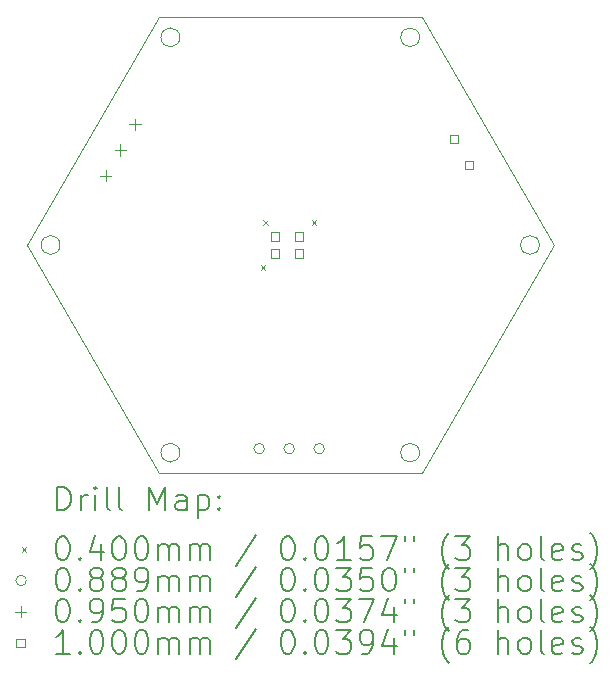
<source format=gbr>
%TF.GenerationSoftware,KiCad,Pcbnew,8.0.2-1*%
%TF.CreationDate,2024-07-16T12:14:47-04:00*%
%TF.ProjectId,Untitled,556e7469-746c-4656-942e-6b696361645f,rev?*%
%TF.SameCoordinates,Original*%
%TF.FileFunction,Drillmap*%
%TF.FilePolarity,Positive*%
%FSLAX45Y45*%
G04 Gerber Fmt 4.5, Leading zero omitted, Abs format (unit mm)*
G04 Created by KiCad (PCBNEW 8.0.2-1) date 2024-07-16 12:14:47*
%MOMM*%
%LPD*%
G01*
G04 APERTURE LIST*
%ADD10C,0.100000*%
%ADD11C,0.200000*%
G04 APERTURE END LIST*
D10*
X9439000Y-7559000D02*
G75*
G02*
X9279000Y-7559000I-80000J0D01*
G01*
X9279000Y-7559000D02*
G75*
G02*
X9439000Y-7559000I80000J0D01*
G01*
X8425000Y-5801000D02*
G75*
G02*
X8265000Y-5801000I-80000J0D01*
G01*
X8265000Y-5801000D02*
G75*
G02*
X8425000Y-5801000I80000J0D01*
G01*
X9259000Y-3870000D02*
X8145000Y-5801000D01*
X11469000Y-7559000D02*
G75*
G02*
X11309000Y-7559000I-80000J0D01*
G01*
X11309000Y-7559000D02*
G75*
G02*
X11469000Y-7559000I80000J0D01*
G01*
X11489000Y-3870000D02*
X9259000Y-3870000D01*
X9259000Y-7732000D02*
X11489000Y-7732000D01*
X8145000Y-5801000D02*
X9259000Y-7732000D01*
X12604000Y-5801000D02*
X11489000Y-7732000D01*
X12484000Y-5801000D02*
G75*
G02*
X12324000Y-5801000I-80000J0D01*
G01*
X12324000Y-5801000D02*
G75*
G02*
X12484000Y-5801000I80000J0D01*
G01*
X11469000Y-4043000D02*
G75*
G02*
X11309000Y-4043000I-80000J0D01*
G01*
X11309000Y-4043000D02*
G75*
G02*
X11469000Y-4043000I80000J0D01*
G01*
X9439000Y-4043000D02*
G75*
G02*
X9279000Y-4043000I-80000J0D01*
G01*
X9279000Y-4043000D02*
G75*
G02*
X9439000Y-4043000I80000J0D01*
G01*
X12604000Y-5801000D02*
X11489000Y-3870000D01*
D11*
D10*
X10124000Y-5971000D02*
X10164000Y-6011000D01*
X10164000Y-5971000D02*
X10124000Y-6011000D01*
X10144000Y-5591000D02*
X10184000Y-5631000D01*
X10184000Y-5591000D02*
X10144000Y-5631000D01*
X10554000Y-5591000D02*
X10594000Y-5631000D01*
X10594000Y-5591000D02*
X10554000Y-5631000D01*
X10155200Y-7525010D02*
G75*
G02*
X10066300Y-7525010I-44450J0D01*
G01*
X10066300Y-7525010D02*
G75*
G02*
X10155200Y-7525010I44450J0D01*
G01*
X10409200Y-7525010D02*
G75*
G02*
X10320300Y-7525010I-44450J0D01*
G01*
X10320300Y-7525010D02*
G75*
G02*
X10409200Y-7525010I44450J0D01*
G01*
X10663200Y-7525010D02*
G75*
G02*
X10574300Y-7525010I-44450J0D01*
G01*
X10574300Y-7525010D02*
G75*
G02*
X10663200Y-7525010I44450J0D01*
G01*
X8810000Y-5165513D02*
X8810000Y-5260513D01*
X8762500Y-5213013D02*
X8857500Y-5213013D01*
X8935000Y-4949006D02*
X8935000Y-5044006D01*
X8887500Y-4996506D02*
X8982500Y-4996506D01*
X9060000Y-4732500D02*
X9060000Y-4827500D01*
X9012500Y-4780000D02*
X9107500Y-4780000D01*
X10282106Y-5763856D02*
X10282106Y-5693144D01*
X10211394Y-5693144D01*
X10211394Y-5763856D01*
X10282106Y-5763856D01*
X10282106Y-5908856D02*
X10282106Y-5838144D01*
X10211394Y-5838144D01*
X10211394Y-5908856D01*
X10282106Y-5908856D01*
X10484606Y-5763856D02*
X10484606Y-5693144D01*
X10413894Y-5693144D01*
X10413894Y-5763856D01*
X10484606Y-5763856D01*
X10484606Y-5908856D02*
X10484606Y-5838144D01*
X10413894Y-5838144D01*
X10413894Y-5908856D01*
X10484606Y-5908856D01*
X11798322Y-4940853D02*
X11798322Y-4870141D01*
X11727611Y-4870141D01*
X11727611Y-4940853D01*
X11798322Y-4940853D01*
X11923322Y-5157359D02*
X11923322Y-5086648D01*
X11852611Y-5086648D01*
X11852611Y-5157359D01*
X11923322Y-5157359D01*
D11*
X8400777Y-8048484D02*
X8400777Y-7848484D01*
X8400777Y-7848484D02*
X8448396Y-7848484D01*
X8448396Y-7848484D02*
X8476967Y-7858008D01*
X8476967Y-7858008D02*
X8496015Y-7877055D01*
X8496015Y-7877055D02*
X8505539Y-7896103D01*
X8505539Y-7896103D02*
X8515063Y-7934198D01*
X8515063Y-7934198D02*
X8515063Y-7962769D01*
X8515063Y-7962769D02*
X8505539Y-8000865D01*
X8505539Y-8000865D02*
X8496015Y-8019912D01*
X8496015Y-8019912D02*
X8476967Y-8038960D01*
X8476967Y-8038960D02*
X8448396Y-8048484D01*
X8448396Y-8048484D02*
X8400777Y-8048484D01*
X8600777Y-8048484D02*
X8600777Y-7915150D01*
X8600777Y-7953246D02*
X8610301Y-7934198D01*
X8610301Y-7934198D02*
X8619824Y-7924674D01*
X8619824Y-7924674D02*
X8638872Y-7915150D01*
X8638872Y-7915150D02*
X8657920Y-7915150D01*
X8724586Y-8048484D02*
X8724586Y-7915150D01*
X8724586Y-7848484D02*
X8715063Y-7858008D01*
X8715063Y-7858008D02*
X8724586Y-7867531D01*
X8724586Y-7867531D02*
X8734110Y-7858008D01*
X8734110Y-7858008D02*
X8724586Y-7848484D01*
X8724586Y-7848484D02*
X8724586Y-7867531D01*
X8848396Y-8048484D02*
X8829348Y-8038960D01*
X8829348Y-8038960D02*
X8819824Y-8019912D01*
X8819824Y-8019912D02*
X8819824Y-7848484D01*
X8953158Y-8048484D02*
X8934110Y-8038960D01*
X8934110Y-8038960D02*
X8924586Y-8019912D01*
X8924586Y-8019912D02*
X8924586Y-7848484D01*
X9181729Y-8048484D02*
X9181729Y-7848484D01*
X9181729Y-7848484D02*
X9248396Y-7991341D01*
X9248396Y-7991341D02*
X9315063Y-7848484D01*
X9315063Y-7848484D02*
X9315063Y-8048484D01*
X9496015Y-8048484D02*
X9496015Y-7943722D01*
X9496015Y-7943722D02*
X9486491Y-7924674D01*
X9486491Y-7924674D02*
X9467444Y-7915150D01*
X9467444Y-7915150D02*
X9429348Y-7915150D01*
X9429348Y-7915150D02*
X9410301Y-7924674D01*
X9496015Y-8038960D02*
X9476967Y-8048484D01*
X9476967Y-8048484D02*
X9429348Y-8048484D01*
X9429348Y-8048484D02*
X9410301Y-8038960D01*
X9410301Y-8038960D02*
X9400777Y-8019912D01*
X9400777Y-8019912D02*
X9400777Y-8000865D01*
X9400777Y-8000865D02*
X9410301Y-7981817D01*
X9410301Y-7981817D02*
X9429348Y-7972293D01*
X9429348Y-7972293D02*
X9476967Y-7972293D01*
X9476967Y-7972293D02*
X9496015Y-7962769D01*
X9591253Y-7915150D02*
X9591253Y-8115150D01*
X9591253Y-7924674D02*
X9610301Y-7915150D01*
X9610301Y-7915150D02*
X9648396Y-7915150D01*
X9648396Y-7915150D02*
X9667444Y-7924674D01*
X9667444Y-7924674D02*
X9676967Y-7934198D01*
X9676967Y-7934198D02*
X9686491Y-7953246D01*
X9686491Y-7953246D02*
X9686491Y-8010388D01*
X9686491Y-8010388D02*
X9676967Y-8029436D01*
X9676967Y-8029436D02*
X9667444Y-8038960D01*
X9667444Y-8038960D02*
X9648396Y-8048484D01*
X9648396Y-8048484D02*
X9610301Y-8048484D01*
X9610301Y-8048484D02*
X9591253Y-8038960D01*
X9772205Y-8029436D02*
X9781729Y-8038960D01*
X9781729Y-8038960D02*
X9772205Y-8048484D01*
X9772205Y-8048484D02*
X9762682Y-8038960D01*
X9762682Y-8038960D02*
X9772205Y-8029436D01*
X9772205Y-8029436D02*
X9772205Y-8048484D01*
X9772205Y-7924674D02*
X9781729Y-7934198D01*
X9781729Y-7934198D02*
X9772205Y-7943722D01*
X9772205Y-7943722D02*
X9762682Y-7934198D01*
X9762682Y-7934198D02*
X9772205Y-7924674D01*
X9772205Y-7924674D02*
X9772205Y-7943722D01*
D10*
X8100000Y-8357000D02*
X8140000Y-8397000D01*
X8140000Y-8357000D02*
X8100000Y-8397000D01*
D11*
X8438872Y-8268484D02*
X8457920Y-8268484D01*
X8457920Y-8268484D02*
X8476967Y-8278008D01*
X8476967Y-8278008D02*
X8486491Y-8287531D01*
X8486491Y-8287531D02*
X8496015Y-8306579D01*
X8496015Y-8306579D02*
X8505539Y-8344674D01*
X8505539Y-8344674D02*
X8505539Y-8392293D01*
X8505539Y-8392293D02*
X8496015Y-8430389D01*
X8496015Y-8430389D02*
X8486491Y-8449436D01*
X8486491Y-8449436D02*
X8476967Y-8458960D01*
X8476967Y-8458960D02*
X8457920Y-8468484D01*
X8457920Y-8468484D02*
X8438872Y-8468484D01*
X8438872Y-8468484D02*
X8419824Y-8458960D01*
X8419824Y-8458960D02*
X8410301Y-8449436D01*
X8410301Y-8449436D02*
X8400777Y-8430389D01*
X8400777Y-8430389D02*
X8391253Y-8392293D01*
X8391253Y-8392293D02*
X8391253Y-8344674D01*
X8391253Y-8344674D02*
X8400777Y-8306579D01*
X8400777Y-8306579D02*
X8410301Y-8287531D01*
X8410301Y-8287531D02*
X8419824Y-8278008D01*
X8419824Y-8278008D02*
X8438872Y-8268484D01*
X8591253Y-8449436D02*
X8600777Y-8458960D01*
X8600777Y-8458960D02*
X8591253Y-8468484D01*
X8591253Y-8468484D02*
X8581729Y-8458960D01*
X8581729Y-8458960D02*
X8591253Y-8449436D01*
X8591253Y-8449436D02*
X8591253Y-8468484D01*
X8772205Y-8335150D02*
X8772205Y-8468484D01*
X8724586Y-8258960D02*
X8676967Y-8401817D01*
X8676967Y-8401817D02*
X8800777Y-8401817D01*
X8915063Y-8268484D02*
X8934110Y-8268484D01*
X8934110Y-8268484D02*
X8953158Y-8278008D01*
X8953158Y-8278008D02*
X8962682Y-8287531D01*
X8962682Y-8287531D02*
X8972205Y-8306579D01*
X8972205Y-8306579D02*
X8981729Y-8344674D01*
X8981729Y-8344674D02*
X8981729Y-8392293D01*
X8981729Y-8392293D02*
X8972205Y-8430389D01*
X8972205Y-8430389D02*
X8962682Y-8449436D01*
X8962682Y-8449436D02*
X8953158Y-8458960D01*
X8953158Y-8458960D02*
X8934110Y-8468484D01*
X8934110Y-8468484D02*
X8915063Y-8468484D01*
X8915063Y-8468484D02*
X8896015Y-8458960D01*
X8896015Y-8458960D02*
X8886491Y-8449436D01*
X8886491Y-8449436D02*
X8876967Y-8430389D01*
X8876967Y-8430389D02*
X8867444Y-8392293D01*
X8867444Y-8392293D02*
X8867444Y-8344674D01*
X8867444Y-8344674D02*
X8876967Y-8306579D01*
X8876967Y-8306579D02*
X8886491Y-8287531D01*
X8886491Y-8287531D02*
X8896015Y-8278008D01*
X8896015Y-8278008D02*
X8915063Y-8268484D01*
X9105539Y-8268484D02*
X9124586Y-8268484D01*
X9124586Y-8268484D02*
X9143634Y-8278008D01*
X9143634Y-8278008D02*
X9153158Y-8287531D01*
X9153158Y-8287531D02*
X9162682Y-8306579D01*
X9162682Y-8306579D02*
X9172205Y-8344674D01*
X9172205Y-8344674D02*
X9172205Y-8392293D01*
X9172205Y-8392293D02*
X9162682Y-8430389D01*
X9162682Y-8430389D02*
X9153158Y-8449436D01*
X9153158Y-8449436D02*
X9143634Y-8458960D01*
X9143634Y-8458960D02*
X9124586Y-8468484D01*
X9124586Y-8468484D02*
X9105539Y-8468484D01*
X9105539Y-8468484D02*
X9086491Y-8458960D01*
X9086491Y-8458960D02*
X9076967Y-8449436D01*
X9076967Y-8449436D02*
X9067444Y-8430389D01*
X9067444Y-8430389D02*
X9057920Y-8392293D01*
X9057920Y-8392293D02*
X9057920Y-8344674D01*
X9057920Y-8344674D02*
X9067444Y-8306579D01*
X9067444Y-8306579D02*
X9076967Y-8287531D01*
X9076967Y-8287531D02*
X9086491Y-8278008D01*
X9086491Y-8278008D02*
X9105539Y-8268484D01*
X9257920Y-8468484D02*
X9257920Y-8335150D01*
X9257920Y-8354198D02*
X9267444Y-8344674D01*
X9267444Y-8344674D02*
X9286491Y-8335150D01*
X9286491Y-8335150D02*
X9315063Y-8335150D01*
X9315063Y-8335150D02*
X9334110Y-8344674D01*
X9334110Y-8344674D02*
X9343634Y-8363722D01*
X9343634Y-8363722D02*
X9343634Y-8468484D01*
X9343634Y-8363722D02*
X9353158Y-8344674D01*
X9353158Y-8344674D02*
X9372205Y-8335150D01*
X9372205Y-8335150D02*
X9400777Y-8335150D01*
X9400777Y-8335150D02*
X9419825Y-8344674D01*
X9419825Y-8344674D02*
X9429348Y-8363722D01*
X9429348Y-8363722D02*
X9429348Y-8468484D01*
X9524586Y-8468484D02*
X9524586Y-8335150D01*
X9524586Y-8354198D02*
X9534110Y-8344674D01*
X9534110Y-8344674D02*
X9553158Y-8335150D01*
X9553158Y-8335150D02*
X9581729Y-8335150D01*
X9581729Y-8335150D02*
X9600777Y-8344674D01*
X9600777Y-8344674D02*
X9610301Y-8363722D01*
X9610301Y-8363722D02*
X9610301Y-8468484D01*
X9610301Y-8363722D02*
X9619825Y-8344674D01*
X9619825Y-8344674D02*
X9638872Y-8335150D01*
X9638872Y-8335150D02*
X9667444Y-8335150D01*
X9667444Y-8335150D02*
X9686491Y-8344674D01*
X9686491Y-8344674D02*
X9696015Y-8363722D01*
X9696015Y-8363722D02*
X9696015Y-8468484D01*
X10086491Y-8258960D02*
X9915063Y-8516103D01*
X10343634Y-8268484D02*
X10362682Y-8268484D01*
X10362682Y-8268484D02*
X10381729Y-8278008D01*
X10381729Y-8278008D02*
X10391253Y-8287531D01*
X10391253Y-8287531D02*
X10400777Y-8306579D01*
X10400777Y-8306579D02*
X10410301Y-8344674D01*
X10410301Y-8344674D02*
X10410301Y-8392293D01*
X10410301Y-8392293D02*
X10400777Y-8430389D01*
X10400777Y-8430389D02*
X10391253Y-8449436D01*
X10391253Y-8449436D02*
X10381729Y-8458960D01*
X10381729Y-8458960D02*
X10362682Y-8468484D01*
X10362682Y-8468484D02*
X10343634Y-8468484D01*
X10343634Y-8468484D02*
X10324587Y-8458960D01*
X10324587Y-8458960D02*
X10315063Y-8449436D01*
X10315063Y-8449436D02*
X10305539Y-8430389D01*
X10305539Y-8430389D02*
X10296015Y-8392293D01*
X10296015Y-8392293D02*
X10296015Y-8344674D01*
X10296015Y-8344674D02*
X10305539Y-8306579D01*
X10305539Y-8306579D02*
X10315063Y-8287531D01*
X10315063Y-8287531D02*
X10324587Y-8278008D01*
X10324587Y-8278008D02*
X10343634Y-8268484D01*
X10496015Y-8449436D02*
X10505539Y-8458960D01*
X10505539Y-8458960D02*
X10496015Y-8468484D01*
X10496015Y-8468484D02*
X10486491Y-8458960D01*
X10486491Y-8458960D02*
X10496015Y-8449436D01*
X10496015Y-8449436D02*
X10496015Y-8468484D01*
X10629348Y-8268484D02*
X10648396Y-8268484D01*
X10648396Y-8268484D02*
X10667444Y-8278008D01*
X10667444Y-8278008D02*
X10676968Y-8287531D01*
X10676968Y-8287531D02*
X10686491Y-8306579D01*
X10686491Y-8306579D02*
X10696015Y-8344674D01*
X10696015Y-8344674D02*
X10696015Y-8392293D01*
X10696015Y-8392293D02*
X10686491Y-8430389D01*
X10686491Y-8430389D02*
X10676968Y-8449436D01*
X10676968Y-8449436D02*
X10667444Y-8458960D01*
X10667444Y-8458960D02*
X10648396Y-8468484D01*
X10648396Y-8468484D02*
X10629348Y-8468484D01*
X10629348Y-8468484D02*
X10610301Y-8458960D01*
X10610301Y-8458960D02*
X10600777Y-8449436D01*
X10600777Y-8449436D02*
X10591253Y-8430389D01*
X10591253Y-8430389D02*
X10581729Y-8392293D01*
X10581729Y-8392293D02*
X10581729Y-8344674D01*
X10581729Y-8344674D02*
X10591253Y-8306579D01*
X10591253Y-8306579D02*
X10600777Y-8287531D01*
X10600777Y-8287531D02*
X10610301Y-8278008D01*
X10610301Y-8278008D02*
X10629348Y-8268484D01*
X10886491Y-8468484D02*
X10772206Y-8468484D01*
X10829348Y-8468484D02*
X10829348Y-8268484D01*
X10829348Y-8268484D02*
X10810301Y-8297055D01*
X10810301Y-8297055D02*
X10791253Y-8316103D01*
X10791253Y-8316103D02*
X10772206Y-8325627D01*
X11067444Y-8268484D02*
X10972206Y-8268484D01*
X10972206Y-8268484D02*
X10962682Y-8363722D01*
X10962682Y-8363722D02*
X10972206Y-8354198D01*
X10972206Y-8354198D02*
X10991253Y-8344674D01*
X10991253Y-8344674D02*
X11038872Y-8344674D01*
X11038872Y-8344674D02*
X11057920Y-8354198D01*
X11057920Y-8354198D02*
X11067444Y-8363722D01*
X11067444Y-8363722D02*
X11076968Y-8382769D01*
X11076968Y-8382769D02*
X11076968Y-8430389D01*
X11076968Y-8430389D02*
X11067444Y-8449436D01*
X11067444Y-8449436D02*
X11057920Y-8458960D01*
X11057920Y-8458960D02*
X11038872Y-8468484D01*
X11038872Y-8468484D02*
X10991253Y-8468484D01*
X10991253Y-8468484D02*
X10972206Y-8458960D01*
X10972206Y-8458960D02*
X10962682Y-8449436D01*
X11143634Y-8268484D02*
X11276967Y-8268484D01*
X11276967Y-8268484D02*
X11191253Y-8468484D01*
X11343634Y-8268484D02*
X11343634Y-8306579D01*
X11419825Y-8268484D02*
X11419825Y-8306579D01*
X11715063Y-8544674D02*
X11705539Y-8535150D01*
X11705539Y-8535150D02*
X11686491Y-8506579D01*
X11686491Y-8506579D02*
X11676968Y-8487531D01*
X11676968Y-8487531D02*
X11667444Y-8458960D01*
X11667444Y-8458960D02*
X11657920Y-8411341D01*
X11657920Y-8411341D02*
X11657920Y-8373246D01*
X11657920Y-8373246D02*
X11667444Y-8325627D01*
X11667444Y-8325627D02*
X11676968Y-8297055D01*
X11676968Y-8297055D02*
X11686491Y-8278008D01*
X11686491Y-8278008D02*
X11705539Y-8249436D01*
X11705539Y-8249436D02*
X11715063Y-8239912D01*
X11772206Y-8268484D02*
X11896015Y-8268484D01*
X11896015Y-8268484D02*
X11829348Y-8344674D01*
X11829348Y-8344674D02*
X11857920Y-8344674D01*
X11857920Y-8344674D02*
X11876968Y-8354198D01*
X11876968Y-8354198D02*
X11886491Y-8363722D01*
X11886491Y-8363722D02*
X11896015Y-8382769D01*
X11896015Y-8382769D02*
X11896015Y-8430389D01*
X11896015Y-8430389D02*
X11886491Y-8449436D01*
X11886491Y-8449436D02*
X11876968Y-8458960D01*
X11876968Y-8458960D02*
X11857920Y-8468484D01*
X11857920Y-8468484D02*
X11800777Y-8468484D01*
X11800777Y-8468484D02*
X11781729Y-8458960D01*
X11781729Y-8458960D02*
X11772206Y-8449436D01*
X12134110Y-8468484D02*
X12134110Y-8268484D01*
X12219825Y-8468484D02*
X12219825Y-8363722D01*
X12219825Y-8363722D02*
X12210301Y-8344674D01*
X12210301Y-8344674D02*
X12191253Y-8335150D01*
X12191253Y-8335150D02*
X12162682Y-8335150D01*
X12162682Y-8335150D02*
X12143634Y-8344674D01*
X12143634Y-8344674D02*
X12134110Y-8354198D01*
X12343634Y-8468484D02*
X12324587Y-8458960D01*
X12324587Y-8458960D02*
X12315063Y-8449436D01*
X12315063Y-8449436D02*
X12305539Y-8430389D01*
X12305539Y-8430389D02*
X12305539Y-8373246D01*
X12305539Y-8373246D02*
X12315063Y-8354198D01*
X12315063Y-8354198D02*
X12324587Y-8344674D01*
X12324587Y-8344674D02*
X12343634Y-8335150D01*
X12343634Y-8335150D02*
X12372206Y-8335150D01*
X12372206Y-8335150D02*
X12391253Y-8344674D01*
X12391253Y-8344674D02*
X12400777Y-8354198D01*
X12400777Y-8354198D02*
X12410301Y-8373246D01*
X12410301Y-8373246D02*
X12410301Y-8430389D01*
X12410301Y-8430389D02*
X12400777Y-8449436D01*
X12400777Y-8449436D02*
X12391253Y-8458960D01*
X12391253Y-8458960D02*
X12372206Y-8468484D01*
X12372206Y-8468484D02*
X12343634Y-8468484D01*
X12524587Y-8468484D02*
X12505539Y-8458960D01*
X12505539Y-8458960D02*
X12496015Y-8439912D01*
X12496015Y-8439912D02*
X12496015Y-8268484D01*
X12676968Y-8458960D02*
X12657920Y-8468484D01*
X12657920Y-8468484D02*
X12619825Y-8468484D01*
X12619825Y-8468484D02*
X12600777Y-8458960D01*
X12600777Y-8458960D02*
X12591253Y-8439912D01*
X12591253Y-8439912D02*
X12591253Y-8363722D01*
X12591253Y-8363722D02*
X12600777Y-8344674D01*
X12600777Y-8344674D02*
X12619825Y-8335150D01*
X12619825Y-8335150D02*
X12657920Y-8335150D01*
X12657920Y-8335150D02*
X12676968Y-8344674D01*
X12676968Y-8344674D02*
X12686491Y-8363722D01*
X12686491Y-8363722D02*
X12686491Y-8382769D01*
X12686491Y-8382769D02*
X12591253Y-8401817D01*
X12762682Y-8458960D02*
X12781730Y-8468484D01*
X12781730Y-8468484D02*
X12819825Y-8468484D01*
X12819825Y-8468484D02*
X12838872Y-8458960D01*
X12838872Y-8458960D02*
X12848396Y-8439912D01*
X12848396Y-8439912D02*
X12848396Y-8430389D01*
X12848396Y-8430389D02*
X12838872Y-8411341D01*
X12838872Y-8411341D02*
X12819825Y-8401817D01*
X12819825Y-8401817D02*
X12791253Y-8401817D01*
X12791253Y-8401817D02*
X12772206Y-8392293D01*
X12772206Y-8392293D02*
X12762682Y-8373246D01*
X12762682Y-8373246D02*
X12762682Y-8363722D01*
X12762682Y-8363722D02*
X12772206Y-8344674D01*
X12772206Y-8344674D02*
X12791253Y-8335150D01*
X12791253Y-8335150D02*
X12819825Y-8335150D01*
X12819825Y-8335150D02*
X12838872Y-8344674D01*
X12915063Y-8544674D02*
X12924587Y-8535150D01*
X12924587Y-8535150D02*
X12943634Y-8506579D01*
X12943634Y-8506579D02*
X12953158Y-8487531D01*
X12953158Y-8487531D02*
X12962682Y-8458960D01*
X12962682Y-8458960D02*
X12972206Y-8411341D01*
X12972206Y-8411341D02*
X12972206Y-8373246D01*
X12972206Y-8373246D02*
X12962682Y-8325627D01*
X12962682Y-8325627D02*
X12953158Y-8297055D01*
X12953158Y-8297055D02*
X12943634Y-8278008D01*
X12943634Y-8278008D02*
X12924587Y-8249436D01*
X12924587Y-8249436D02*
X12915063Y-8239912D01*
D10*
X8140000Y-8641000D02*
G75*
G02*
X8051100Y-8641000I-44450J0D01*
G01*
X8051100Y-8641000D02*
G75*
G02*
X8140000Y-8641000I44450J0D01*
G01*
D11*
X8438872Y-8532484D02*
X8457920Y-8532484D01*
X8457920Y-8532484D02*
X8476967Y-8542008D01*
X8476967Y-8542008D02*
X8486491Y-8551531D01*
X8486491Y-8551531D02*
X8496015Y-8570579D01*
X8496015Y-8570579D02*
X8505539Y-8608674D01*
X8505539Y-8608674D02*
X8505539Y-8656293D01*
X8505539Y-8656293D02*
X8496015Y-8694389D01*
X8496015Y-8694389D02*
X8486491Y-8713436D01*
X8486491Y-8713436D02*
X8476967Y-8722960D01*
X8476967Y-8722960D02*
X8457920Y-8732484D01*
X8457920Y-8732484D02*
X8438872Y-8732484D01*
X8438872Y-8732484D02*
X8419824Y-8722960D01*
X8419824Y-8722960D02*
X8410301Y-8713436D01*
X8410301Y-8713436D02*
X8400777Y-8694389D01*
X8400777Y-8694389D02*
X8391253Y-8656293D01*
X8391253Y-8656293D02*
X8391253Y-8608674D01*
X8391253Y-8608674D02*
X8400777Y-8570579D01*
X8400777Y-8570579D02*
X8410301Y-8551531D01*
X8410301Y-8551531D02*
X8419824Y-8542008D01*
X8419824Y-8542008D02*
X8438872Y-8532484D01*
X8591253Y-8713436D02*
X8600777Y-8722960D01*
X8600777Y-8722960D02*
X8591253Y-8732484D01*
X8591253Y-8732484D02*
X8581729Y-8722960D01*
X8581729Y-8722960D02*
X8591253Y-8713436D01*
X8591253Y-8713436D02*
X8591253Y-8732484D01*
X8715063Y-8618198D02*
X8696015Y-8608674D01*
X8696015Y-8608674D02*
X8686491Y-8599150D01*
X8686491Y-8599150D02*
X8676967Y-8580103D01*
X8676967Y-8580103D02*
X8676967Y-8570579D01*
X8676967Y-8570579D02*
X8686491Y-8551531D01*
X8686491Y-8551531D02*
X8696015Y-8542008D01*
X8696015Y-8542008D02*
X8715063Y-8532484D01*
X8715063Y-8532484D02*
X8753158Y-8532484D01*
X8753158Y-8532484D02*
X8772205Y-8542008D01*
X8772205Y-8542008D02*
X8781729Y-8551531D01*
X8781729Y-8551531D02*
X8791253Y-8570579D01*
X8791253Y-8570579D02*
X8791253Y-8580103D01*
X8791253Y-8580103D02*
X8781729Y-8599150D01*
X8781729Y-8599150D02*
X8772205Y-8608674D01*
X8772205Y-8608674D02*
X8753158Y-8618198D01*
X8753158Y-8618198D02*
X8715063Y-8618198D01*
X8715063Y-8618198D02*
X8696015Y-8627722D01*
X8696015Y-8627722D02*
X8686491Y-8637246D01*
X8686491Y-8637246D02*
X8676967Y-8656293D01*
X8676967Y-8656293D02*
X8676967Y-8694389D01*
X8676967Y-8694389D02*
X8686491Y-8713436D01*
X8686491Y-8713436D02*
X8696015Y-8722960D01*
X8696015Y-8722960D02*
X8715063Y-8732484D01*
X8715063Y-8732484D02*
X8753158Y-8732484D01*
X8753158Y-8732484D02*
X8772205Y-8722960D01*
X8772205Y-8722960D02*
X8781729Y-8713436D01*
X8781729Y-8713436D02*
X8791253Y-8694389D01*
X8791253Y-8694389D02*
X8791253Y-8656293D01*
X8791253Y-8656293D02*
X8781729Y-8637246D01*
X8781729Y-8637246D02*
X8772205Y-8627722D01*
X8772205Y-8627722D02*
X8753158Y-8618198D01*
X8905539Y-8618198D02*
X8886491Y-8608674D01*
X8886491Y-8608674D02*
X8876967Y-8599150D01*
X8876967Y-8599150D02*
X8867444Y-8580103D01*
X8867444Y-8580103D02*
X8867444Y-8570579D01*
X8867444Y-8570579D02*
X8876967Y-8551531D01*
X8876967Y-8551531D02*
X8886491Y-8542008D01*
X8886491Y-8542008D02*
X8905539Y-8532484D01*
X8905539Y-8532484D02*
X8943634Y-8532484D01*
X8943634Y-8532484D02*
X8962682Y-8542008D01*
X8962682Y-8542008D02*
X8972205Y-8551531D01*
X8972205Y-8551531D02*
X8981729Y-8570579D01*
X8981729Y-8570579D02*
X8981729Y-8580103D01*
X8981729Y-8580103D02*
X8972205Y-8599150D01*
X8972205Y-8599150D02*
X8962682Y-8608674D01*
X8962682Y-8608674D02*
X8943634Y-8618198D01*
X8943634Y-8618198D02*
X8905539Y-8618198D01*
X8905539Y-8618198D02*
X8886491Y-8627722D01*
X8886491Y-8627722D02*
X8876967Y-8637246D01*
X8876967Y-8637246D02*
X8867444Y-8656293D01*
X8867444Y-8656293D02*
X8867444Y-8694389D01*
X8867444Y-8694389D02*
X8876967Y-8713436D01*
X8876967Y-8713436D02*
X8886491Y-8722960D01*
X8886491Y-8722960D02*
X8905539Y-8732484D01*
X8905539Y-8732484D02*
X8943634Y-8732484D01*
X8943634Y-8732484D02*
X8962682Y-8722960D01*
X8962682Y-8722960D02*
X8972205Y-8713436D01*
X8972205Y-8713436D02*
X8981729Y-8694389D01*
X8981729Y-8694389D02*
X8981729Y-8656293D01*
X8981729Y-8656293D02*
X8972205Y-8637246D01*
X8972205Y-8637246D02*
X8962682Y-8627722D01*
X8962682Y-8627722D02*
X8943634Y-8618198D01*
X9076967Y-8732484D02*
X9115063Y-8732484D01*
X9115063Y-8732484D02*
X9134110Y-8722960D01*
X9134110Y-8722960D02*
X9143634Y-8713436D01*
X9143634Y-8713436D02*
X9162682Y-8684865D01*
X9162682Y-8684865D02*
X9172205Y-8646770D01*
X9172205Y-8646770D02*
X9172205Y-8570579D01*
X9172205Y-8570579D02*
X9162682Y-8551531D01*
X9162682Y-8551531D02*
X9153158Y-8542008D01*
X9153158Y-8542008D02*
X9134110Y-8532484D01*
X9134110Y-8532484D02*
X9096015Y-8532484D01*
X9096015Y-8532484D02*
X9076967Y-8542008D01*
X9076967Y-8542008D02*
X9067444Y-8551531D01*
X9067444Y-8551531D02*
X9057920Y-8570579D01*
X9057920Y-8570579D02*
X9057920Y-8618198D01*
X9057920Y-8618198D02*
X9067444Y-8637246D01*
X9067444Y-8637246D02*
X9076967Y-8646770D01*
X9076967Y-8646770D02*
X9096015Y-8656293D01*
X9096015Y-8656293D02*
X9134110Y-8656293D01*
X9134110Y-8656293D02*
X9153158Y-8646770D01*
X9153158Y-8646770D02*
X9162682Y-8637246D01*
X9162682Y-8637246D02*
X9172205Y-8618198D01*
X9257920Y-8732484D02*
X9257920Y-8599150D01*
X9257920Y-8618198D02*
X9267444Y-8608674D01*
X9267444Y-8608674D02*
X9286491Y-8599150D01*
X9286491Y-8599150D02*
X9315063Y-8599150D01*
X9315063Y-8599150D02*
X9334110Y-8608674D01*
X9334110Y-8608674D02*
X9343634Y-8627722D01*
X9343634Y-8627722D02*
X9343634Y-8732484D01*
X9343634Y-8627722D02*
X9353158Y-8608674D01*
X9353158Y-8608674D02*
X9372205Y-8599150D01*
X9372205Y-8599150D02*
X9400777Y-8599150D01*
X9400777Y-8599150D02*
X9419825Y-8608674D01*
X9419825Y-8608674D02*
X9429348Y-8627722D01*
X9429348Y-8627722D02*
X9429348Y-8732484D01*
X9524586Y-8732484D02*
X9524586Y-8599150D01*
X9524586Y-8618198D02*
X9534110Y-8608674D01*
X9534110Y-8608674D02*
X9553158Y-8599150D01*
X9553158Y-8599150D02*
X9581729Y-8599150D01*
X9581729Y-8599150D02*
X9600777Y-8608674D01*
X9600777Y-8608674D02*
X9610301Y-8627722D01*
X9610301Y-8627722D02*
X9610301Y-8732484D01*
X9610301Y-8627722D02*
X9619825Y-8608674D01*
X9619825Y-8608674D02*
X9638872Y-8599150D01*
X9638872Y-8599150D02*
X9667444Y-8599150D01*
X9667444Y-8599150D02*
X9686491Y-8608674D01*
X9686491Y-8608674D02*
X9696015Y-8627722D01*
X9696015Y-8627722D02*
X9696015Y-8732484D01*
X10086491Y-8522960D02*
X9915063Y-8780103D01*
X10343634Y-8532484D02*
X10362682Y-8532484D01*
X10362682Y-8532484D02*
X10381729Y-8542008D01*
X10381729Y-8542008D02*
X10391253Y-8551531D01*
X10391253Y-8551531D02*
X10400777Y-8570579D01*
X10400777Y-8570579D02*
X10410301Y-8608674D01*
X10410301Y-8608674D02*
X10410301Y-8656293D01*
X10410301Y-8656293D02*
X10400777Y-8694389D01*
X10400777Y-8694389D02*
X10391253Y-8713436D01*
X10391253Y-8713436D02*
X10381729Y-8722960D01*
X10381729Y-8722960D02*
X10362682Y-8732484D01*
X10362682Y-8732484D02*
X10343634Y-8732484D01*
X10343634Y-8732484D02*
X10324587Y-8722960D01*
X10324587Y-8722960D02*
X10315063Y-8713436D01*
X10315063Y-8713436D02*
X10305539Y-8694389D01*
X10305539Y-8694389D02*
X10296015Y-8656293D01*
X10296015Y-8656293D02*
X10296015Y-8608674D01*
X10296015Y-8608674D02*
X10305539Y-8570579D01*
X10305539Y-8570579D02*
X10315063Y-8551531D01*
X10315063Y-8551531D02*
X10324587Y-8542008D01*
X10324587Y-8542008D02*
X10343634Y-8532484D01*
X10496015Y-8713436D02*
X10505539Y-8722960D01*
X10505539Y-8722960D02*
X10496015Y-8732484D01*
X10496015Y-8732484D02*
X10486491Y-8722960D01*
X10486491Y-8722960D02*
X10496015Y-8713436D01*
X10496015Y-8713436D02*
X10496015Y-8732484D01*
X10629348Y-8532484D02*
X10648396Y-8532484D01*
X10648396Y-8532484D02*
X10667444Y-8542008D01*
X10667444Y-8542008D02*
X10676968Y-8551531D01*
X10676968Y-8551531D02*
X10686491Y-8570579D01*
X10686491Y-8570579D02*
X10696015Y-8608674D01*
X10696015Y-8608674D02*
X10696015Y-8656293D01*
X10696015Y-8656293D02*
X10686491Y-8694389D01*
X10686491Y-8694389D02*
X10676968Y-8713436D01*
X10676968Y-8713436D02*
X10667444Y-8722960D01*
X10667444Y-8722960D02*
X10648396Y-8732484D01*
X10648396Y-8732484D02*
X10629348Y-8732484D01*
X10629348Y-8732484D02*
X10610301Y-8722960D01*
X10610301Y-8722960D02*
X10600777Y-8713436D01*
X10600777Y-8713436D02*
X10591253Y-8694389D01*
X10591253Y-8694389D02*
X10581729Y-8656293D01*
X10581729Y-8656293D02*
X10581729Y-8608674D01*
X10581729Y-8608674D02*
X10591253Y-8570579D01*
X10591253Y-8570579D02*
X10600777Y-8551531D01*
X10600777Y-8551531D02*
X10610301Y-8542008D01*
X10610301Y-8542008D02*
X10629348Y-8532484D01*
X10762682Y-8532484D02*
X10886491Y-8532484D01*
X10886491Y-8532484D02*
X10819825Y-8608674D01*
X10819825Y-8608674D02*
X10848396Y-8608674D01*
X10848396Y-8608674D02*
X10867444Y-8618198D01*
X10867444Y-8618198D02*
X10876968Y-8627722D01*
X10876968Y-8627722D02*
X10886491Y-8646770D01*
X10886491Y-8646770D02*
X10886491Y-8694389D01*
X10886491Y-8694389D02*
X10876968Y-8713436D01*
X10876968Y-8713436D02*
X10867444Y-8722960D01*
X10867444Y-8722960D02*
X10848396Y-8732484D01*
X10848396Y-8732484D02*
X10791253Y-8732484D01*
X10791253Y-8732484D02*
X10772206Y-8722960D01*
X10772206Y-8722960D02*
X10762682Y-8713436D01*
X11067444Y-8532484D02*
X10972206Y-8532484D01*
X10972206Y-8532484D02*
X10962682Y-8627722D01*
X10962682Y-8627722D02*
X10972206Y-8618198D01*
X10972206Y-8618198D02*
X10991253Y-8608674D01*
X10991253Y-8608674D02*
X11038872Y-8608674D01*
X11038872Y-8608674D02*
X11057920Y-8618198D01*
X11057920Y-8618198D02*
X11067444Y-8627722D01*
X11067444Y-8627722D02*
X11076968Y-8646770D01*
X11076968Y-8646770D02*
X11076968Y-8694389D01*
X11076968Y-8694389D02*
X11067444Y-8713436D01*
X11067444Y-8713436D02*
X11057920Y-8722960D01*
X11057920Y-8722960D02*
X11038872Y-8732484D01*
X11038872Y-8732484D02*
X10991253Y-8732484D01*
X10991253Y-8732484D02*
X10972206Y-8722960D01*
X10972206Y-8722960D02*
X10962682Y-8713436D01*
X11200777Y-8532484D02*
X11219825Y-8532484D01*
X11219825Y-8532484D02*
X11238872Y-8542008D01*
X11238872Y-8542008D02*
X11248396Y-8551531D01*
X11248396Y-8551531D02*
X11257920Y-8570579D01*
X11257920Y-8570579D02*
X11267444Y-8608674D01*
X11267444Y-8608674D02*
X11267444Y-8656293D01*
X11267444Y-8656293D02*
X11257920Y-8694389D01*
X11257920Y-8694389D02*
X11248396Y-8713436D01*
X11248396Y-8713436D02*
X11238872Y-8722960D01*
X11238872Y-8722960D02*
X11219825Y-8732484D01*
X11219825Y-8732484D02*
X11200777Y-8732484D01*
X11200777Y-8732484D02*
X11181729Y-8722960D01*
X11181729Y-8722960D02*
X11172206Y-8713436D01*
X11172206Y-8713436D02*
X11162682Y-8694389D01*
X11162682Y-8694389D02*
X11153158Y-8656293D01*
X11153158Y-8656293D02*
X11153158Y-8608674D01*
X11153158Y-8608674D02*
X11162682Y-8570579D01*
X11162682Y-8570579D02*
X11172206Y-8551531D01*
X11172206Y-8551531D02*
X11181729Y-8542008D01*
X11181729Y-8542008D02*
X11200777Y-8532484D01*
X11343634Y-8532484D02*
X11343634Y-8570579D01*
X11419825Y-8532484D02*
X11419825Y-8570579D01*
X11715063Y-8808674D02*
X11705539Y-8799150D01*
X11705539Y-8799150D02*
X11686491Y-8770579D01*
X11686491Y-8770579D02*
X11676968Y-8751531D01*
X11676968Y-8751531D02*
X11667444Y-8722960D01*
X11667444Y-8722960D02*
X11657920Y-8675341D01*
X11657920Y-8675341D02*
X11657920Y-8637246D01*
X11657920Y-8637246D02*
X11667444Y-8589627D01*
X11667444Y-8589627D02*
X11676968Y-8561055D01*
X11676968Y-8561055D02*
X11686491Y-8542008D01*
X11686491Y-8542008D02*
X11705539Y-8513436D01*
X11705539Y-8513436D02*
X11715063Y-8503912D01*
X11772206Y-8532484D02*
X11896015Y-8532484D01*
X11896015Y-8532484D02*
X11829348Y-8608674D01*
X11829348Y-8608674D02*
X11857920Y-8608674D01*
X11857920Y-8608674D02*
X11876968Y-8618198D01*
X11876968Y-8618198D02*
X11886491Y-8627722D01*
X11886491Y-8627722D02*
X11896015Y-8646770D01*
X11896015Y-8646770D02*
X11896015Y-8694389D01*
X11896015Y-8694389D02*
X11886491Y-8713436D01*
X11886491Y-8713436D02*
X11876968Y-8722960D01*
X11876968Y-8722960D02*
X11857920Y-8732484D01*
X11857920Y-8732484D02*
X11800777Y-8732484D01*
X11800777Y-8732484D02*
X11781729Y-8722960D01*
X11781729Y-8722960D02*
X11772206Y-8713436D01*
X12134110Y-8732484D02*
X12134110Y-8532484D01*
X12219825Y-8732484D02*
X12219825Y-8627722D01*
X12219825Y-8627722D02*
X12210301Y-8608674D01*
X12210301Y-8608674D02*
X12191253Y-8599150D01*
X12191253Y-8599150D02*
X12162682Y-8599150D01*
X12162682Y-8599150D02*
X12143634Y-8608674D01*
X12143634Y-8608674D02*
X12134110Y-8618198D01*
X12343634Y-8732484D02*
X12324587Y-8722960D01*
X12324587Y-8722960D02*
X12315063Y-8713436D01*
X12315063Y-8713436D02*
X12305539Y-8694389D01*
X12305539Y-8694389D02*
X12305539Y-8637246D01*
X12305539Y-8637246D02*
X12315063Y-8618198D01*
X12315063Y-8618198D02*
X12324587Y-8608674D01*
X12324587Y-8608674D02*
X12343634Y-8599150D01*
X12343634Y-8599150D02*
X12372206Y-8599150D01*
X12372206Y-8599150D02*
X12391253Y-8608674D01*
X12391253Y-8608674D02*
X12400777Y-8618198D01*
X12400777Y-8618198D02*
X12410301Y-8637246D01*
X12410301Y-8637246D02*
X12410301Y-8694389D01*
X12410301Y-8694389D02*
X12400777Y-8713436D01*
X12400777Y-8713436D02*
X12391253Y-8722960D01*
X12391253Y-8722960D02*
X12372206Y-8732484D01*
X12372206Y-8732484D02*
X12343634Y-8732484D01*
X12524587Y-8732484D02*
X12505539Y-8722960D01*
X12505539Y-8722960D02*
X12496015Y-8703912D01*
X12496015Y-8703912D02*
X12496015Y-8532484D01*
X12676968Y-8722960D02*
X12657920Y-8732484D01*
X12657920Y-8732484D02*
X12619825Y-8732484D01*
X12619825Y-8732484D02*
X12600777Y-8722960D01*
X12600777Y-8722960D02*
X12591253Y-8703912D01*
X12591253Y-8703912D02*
X12591253Y-8627722D01*
X12591253Y-8627722D02*
X12600777Y-8608674D01*
X12600777Y-8608674D02*
X12619825Y-8599150D01*
X12619825Y-8599150D02*
X12657920Y-8599150D01*
X12657920Y-8599150D02*
X12676968Y-8608674D01*
X12676968Y-8608674D02*
X12686491Y-8627722D01*
X12686491Y-8627722D02*
X12686491Y-8646770D01*
X12686491Y-8646770D02*
X12591253Y-8665817D01*
X12762682Y-8722960D02*
X12781730Y-8732484D01*
X12781730Y-8732484D02*
X12819825Y-8732484D01*
X12819825Y-8732484D02*
X12838872Y-8722960D01*
X12838872Y-8722960D02*
X12848396Y-8703912D01*
X12848396Y-8703912D02*
X12848396Y-8694389D01*
X12848396Y-8694389D02*
X12838872Y-8675341D01*
X12838872Y-8675341D02*
X12819825Y-8665817D01*
X12819825Y-8665817D02*
X12791253Y-8665817D01*
X12791253Y-8665817D02*
X12772206Y-8656293D01*
X12772206Y-8656293D02*
X12762682Y-8637246D01*
X12762682Y-8637246D02*
X12762682Y-8627722D01*
X12762682Y-8627722D02*
X12772206Y-8608674D01*
X12772206Y-8608674D02*
X12791253Y-8599150D01*
X12791253Y-8599150D02*
X12819825Y-8599150D01*
X12819825Y-8599150D02*
X12838872Y-8608674D01*
X12915063Y-8808674D02*
X12924587Y-8799150D01*
X12924587Y-8799150D02*
X12943634Y-8770579D01*
X12943634Y-8770579D02*
X12953158Y-8751531D01*
X12953158Y-8751531D02*
X12962682Y-8722960D01*
X12962682Y-8722960D02*
X12972206Y-8675341D01*
X12972206Y-8675341D02*
X12972206Y-8637246D01*
X12972206Y-8637246D02*
X12962682Y-8589627D01*
X12962682Y-8589627D02*
X12953158Y-8561055D01*
X12953158Y-8561055D02*
X12943634Y-8542008D01*
X12943634Y-8542008D02*
X12924587Y-8513436D01*
X12924587Y-8513436D02*
X12915063Y-8503912D01*
D10*
X8092500Y-8857500D02*
X8092500Y-8952500D01*
X8045000Y-8905000D02*
X8140000Y-8905000D01*
D11*
X8438872Y-8796484D02*
X8457920Y-8796484D01*
X8457920Y-8796484D02*
X8476967Y-8806008D01*
X8476967Y-8806008D02*
X8486491Y-8815531D01*
X8486491Y-8815531D02*
X8496015Y-8834579D01*
X8496015Y-8834579D02*
X8505539Y-8872674D01*
X8505539Y-8872674D02*
X8505539Y-8920293D01*
X8505539Y-8920293D02*
X8496015Y-8958389D01*
X8496015Y-8958389D02*
X8486491Y-8977436D01*
X8486491Y-8977436D02*
X8476967Y-8986960D01*
X8476967Y-8986960D02*
X8457920Y-8996484D01*
X8457920Y-8996484D02*
X8438872Y-8996484D01*
X8438872Y-8996484D02*
X8419824Y-8986960D01*
X8419824Y-8986960D02*
X8410301Y-8977436D01*
X8410301Y-8977436D02*
X8400777Y-8958389D01*
X8400777Y-8958389D02*
X8391253Y-8920293D01*
X8391253Y-8920293D02*
X8391253Y-8872674D01*
X8391253Y-8872674D02*
X8400777Y-8834579D01*
X8400777Y-8834579D02*
X8410301Y-8815531D01*
X8410301Y-8815531D02*
X8419824Y-8806008D01*
X8419824Y-8806008D02*
X8438872Y-8796484D01*
X8591253Y-8977436D02*
X8600777Y-8986960D01*
X8600777Y-8986960D02*
X8591253Y-8996484D01*
X8591253Y-8996484D02*
X8581729Y-8986960D01*
X8581729Y-8986960D02*
X8591253Y-8977436D01*
X8591253Y-8977436D02*
X8591253Y-8996484D01*
X8696015Y-8996484D02*
X8734110Y-8996484D01*
X8734110Y-8996484D02*
X8753158Y-8986960D01*
X8753158Y-8986960D02*
X8762682Y-8977436D01*
X8762682Y-8977436D02*
X8781729Y-8948865D01*
X8781729Y-8948865D02*
X8791253Y-8910770D01*
X8791253Y-8910770D02*
X8791253Y-8834579D01*
X8791253Y-8834579D02*
X8781729Y-8815531D01*
X8781729Y-8815531D02*
X8772205Y-8806008D01*
X8772205Y-8806008D02*
X8753158Y-8796484D01*
X8753158Y-8796484D02*
X8715063Y-8796484D01*
X8715063Y-8796484D02*
X8696015Y-8806008D01*
X8696015Y-8806008D02*
X8686491Y-8815531D01*
X8686491Y-8815531D02*
X8676967Y-8834579D01*
X8676967Y-8834579D02*
X8676967Y-8882198D01*
X8676967Y-8882198D02*
X8686491Y-8901246D01*
X8686491Y-8901246D02*
X8696015Y-8910770D01*
X8696015Y-8910770D02*
X8715063Y-8920293D01*
X8715063Y-8920293D02*
X8753158Y-8920293D01*
X8753158Y-8920293D02*
X8772205Y-8910770D01*
X8772205Y-8910770D02*
X8781729Y-8901246D01*
X8781729Y-8901246D02*
X8791253Y-8882198D01*
X8972205Y-8796484D02*
X8876967Y-8796484D01*
X8876967Y-8796484D02*
X8867444Y-8891722D01*
X8867444Y-8891722D02*
X8876967Y-8882198D01*
X8876967Y-8882198D02*
X8896015Y-8872674D01*
X8896015Y-8872674D02*
X8943634Y-8872674D01*
X8943634Y-8872674D02*
X8962682Y-8882198D01*
X8962682Y-8882198D02*
X8972205Y-8891722D01*
X8972205Y-8891722D02*
X8981729Y-8910770D01*
X8981729Y-8910770D02*
X8981729Y-8958389D01*
X8981729Y-8958389D02*
X8972205Y-8977436D01*
X8972205Y-8977436D02*
X8962682Y-8986960D01*
X8962682Y-8986960D02*
X8943634Y-8996484D01*
X8943634Y-8996484D02*
X8896015Y-8996484D01*
X8896015Y-8996484D02*
X8876967Y-8986960D01*
X8876967Y-8986960D02*
X8867444Y-8977436D01*
X9105539Y-8796484D02*
X9124586Y-8796484D01*
X9124586Y-8796484D02*
X9143634Y-8806008D01*
X9143634Y-8806008D02*
X9153158Y-8815531D01*
X9153158Y-8815531D02*
X9162682Y-8834579D01*
X9162682Y-8834579D02*
X9172205Y-8872674D01*
X9172205Y-8872674D02*
X9172205Y-8920293D01*
X9172205Y-8920293D02*
X9162682Y-8958389D01*
X9162682Y-8958389D02*
X9153158Y-8977436D01*
X9153158Y-8977436D02*
X9143634Y-8986960D01*
X9143634Y-8986960D02*
X9124586Y-8996484D01*
X9124586Y-8996484D02*
X9105539Y-8996484D01*
X9105539Y-8996484D02*
X9086491Y-8986960D01*
X9086491Y-8986960D02*
X9076967Y-8977436D01*
X9076967Y-8977436D02*
X9067444Y-8958389D01*
X9067444Y-8958389D02*
X9057920Y-8920293D01*
X9057920Y-8920293D02*
X9057920Y-8872674D01*
X9057920Y-8872674D02*
X9067444Y-8834579D01*
X9067444Y-8834579D02*
X9076967Y-8815531D01*
X9076967Y-8815531D02*
X9086491Y-8806008D01*
X9086491Y-8806008D02*
X9105539Y-8796484D01*
X9257920Y-8996484D02*
X9257920Y-8863150D01*
X9257920Y-8882198D02*
X9267444Y-8872674D01*
X9267444Y-8872674D02*
X9286491Y-8863150D01*
X9286491Y-8863150D02*
X9315063Y-8863150D01*
X9315063Y-8863150D02*
X9334110Y-8872674D01*
X9334110Y-8872674D02*
X9343634Y-8891722D01*
X9343634Y-8891722D02*
X9343634Y-8996484D01*
X9343634Y-8891722D02*
X9353158Y-8872674D01*
X9353158Y-8872674D02*
X9372205Y-8863150D01*
X9372205Y-8863150D02*
X9400777Y-8863150D01*
X9400777Y-8863150D02*
X9419825Y-8872674D01*
X9419825Y-8872674D02*
X9429348Y-8891722D01*
X9429348Y-8891722D02*
X9429348Y-8996484D01*
X9524586Y-8996484D02*
X9524586Y-8863150D01*
X9524586Y-8882198D02*
X9534110Y-8872674D01*
X9534110Y-8872674D02*
X9553158Y-8863150D01*
X9553158Y-8863150D02*
X9581729Y-8863150D01*
X9581729Y-8863150D02*
X9600777Y-8872674D01*
X9600777Y-8872674D02*
X9610301Y-8891722D01*
X9610301Y-8891722D02*
X9610301Y-8996484D01*
X9610301Y-8891722D02*
X9619825Y-8872674D01*
X9619825Y-8872674D02*
X9638872Y-8863150D01*
X9638872Y-8863150D02*
X9667444Y-8863150D01*
X9667444Y-8863150D02*
X9686491Y-8872674D01*
X9686491Y-8872674D02*
X9696015Y-8891722D01*
X9696015Y-8891722D02*
X9696015Y-8996484D01*
X10086491Y-8786960D02*
X9915063Y-9044103D01*
X10343634Y-8796484D02*
X10362682Y-8796484D01*
X10362682Y-8796484D02*
X10381729Y-8806008D01*
X10381729Y-8806008D02*
X10391253Y-8815531D01*
X10391253Y-8815531D02*
X10400777Y-8834579D01*
X10400777Y-8834579D02*
X10410301Y-8872674D01*
X10410301Y-8872674D02*
X10410301Y-8920293D01*
X10410301Y-8920293D02*
X10400777Y-8958389D01*
X10400777Y-8958389D02*
X10391253Y-8977436D01*
X10391253Y-8977436D02*
X10381729Y-8986960D01*
X10381729Y-8986960D02*
X10362682Y-8996484D01*
X10362682Y-8996484D02*
X10343634Y-8996484D01*
X10343634Y-8996484D02*
X10324587Y-8986960D01*
X10324587Y-8986960D02*
X10315063Y-8977436D01*
X10315063Y-8977436D02*
X10305539Y-8958389D01*
X10305539Y-8958389D02*
X10296015Y-8920293D01*
X10296015Y-8920293D02*
X10296015Y-8872674D01*
X10296015Y-8872674D02*
X10305539Y-8834579D01*
X10305539Y-8834579D02*
X10315063Y-8815531D01*
X10315063Y-8815531D02*
X10324587Y-8806008D01*
X10324587Y-8806008D02*
X10343634Y-8796484D01*
X10496015Y-8977436D02*
X10505539Y-8986960D01*
X10505539Y-8986960D02*
X10496015Y-8996484D01*
X10496015Y-8996484D02*
X10486491Y-8986960D01*
X10486491Y-8986960D02*
X10496015Y-8977436D01*
X10496015Y-8977436D02*
X10496015Y-8996484D01*
X10629348Y-8796484D02*
X10648396Y-8796484D01*
X10648396Y-8796484D02*
X10667444Y-8806008D01*
X10667444Y-8806008D02*
X10676968Y-8815531D01*
X10676968Y-8815531D02*
X10686491Y-8834579D01*
X10686491Y-8834579D02*
X10696015Y-8872674D01*
X10696015Y-8872674D02*
X10696015Y-8920293D01*
X10696015Y-8920293D02*
X10686491Y-8958389D01*
X10686491Y-8958389D02*
X10676968Y-8977436D01*
X10676968Y-8977436D02*
X10667444Y-8986960D01*
X10667444Y-8986960D02*
X10648396Y-8996484D01*
X10648396Y-8996484D02*
X10629348Y-8996484D01*
X10629348Y-8996484D02*
X10610301Y-8986960D01*
X10610301Y-8986960D02*
X10600777Y-8977436D01*
X10600777Y-8977436D02*
X10591253Y-8958389D01*
X10591253Y-8958389D02*
X10581729Y-8920293D01*
X10581729Y-8920293D02*
X10581729Y-8872674D01*
X10581729Y-8872674D02*
X10591253Y-8834579D01*
X10591253Y-8834579D02*
X10600777Y-8815531D01*
X10600777Y-8815531D02*
X10610301Y-8806008D01*
X10610301Y-8806008D02*
X10629348Y-8796484D01*
X10762682Y-8796484D02*
X10886491Y-8796484D01*
X10886491Y-8796484D02*
X10819825Y-8872674D01*
X10819825Y-8872674D02*
X10848396Y-8872674D01*
X10848396Y-8872674D02*
X10867444Y-8882198D01*
X10867444Y-8882198D02*
X10876968Y-8891722D01*
X10876968Y-8891722D02*
X10886491Y-8910770D01*
X10886491Y-8910770D02*
X10886491Y-8958389D01*
X10886491Y-8958389D02*
X10876968Y-8977436D01*
X10876968Y-8977436D02*
X10867444Y-8986960D01*
X10867444Y-8986960D02*
X10848396Y-8996484D01*
X10848396Y-8996484D02*
X10791253Y-8996484D01*
X10791253Y-8996484D02*
X10772206Y-8986960D01*
X10772206Y-8986960D02*
X10762682Y-8977436D01*
X10953158Y-8796484D02*
X11086491Y-8796484D01*
X11086491Y-8796484D02*
X11000777Y-8996484D01*
X11248396Y-8863150D02*
X11248396Y-8996484D01*
X11200777Y-8786960D02*
X11153158Y-8929817D01*
X11153158Y-8929817D02*
X11276967Y-8929817D01*
X11343634Y-8796484D02*
X11343634Y-8834579D01*
X11419825Y-8796484D02*
X11419825Y-8834579D01*
X11715063Y-9072674D02*
X11705539Y-9063150D01*
X11705539Y-9063150D02*
X11686491Y-9034579D01*
X11686491Y-9034579D02*
X11676968Y-9015531D01*
X11676968Y-9015531D02*
X11667444Y-8986960D01*
X11667444Y-8986960D02*
X11657920Y-8939341D01*
X11657920Y-8939341D02*
X11657920Y-8901246D01*
X11657920Y-8901246D02*
X11667444Y-8853627D01*
X11667444Y-8853627D02*
X11676968Y-8825055D01*
X11676968Y-8825055D02*
X11686491Y-8806008D01*
X11686491Y-8806008D02*
X11705539Y-8777436D01*
X11705539Y-8777436D02*
X11715063Y-8767912D01*
X11772206Y-8796484D02*
X11896015Y-8796484D01*
X11896015Y-8796484D02*
X11829348Y-8872674D01*
X11829348Y-8872674D02*
X11857920Y-8872674D01*
X11857920Y-8872674D02*
X11876968Y-8882198D01*
X11876968Y-8882198D02*
X11886491Y-8891722D01*
X11886491Y-8891722D02*
X11896015Y-8910770D01*
X11896015Y-8910770D02*
X11896015Y-8958389D01*
X11896015Y-8958389D02*
X11886491Y-8977436D01*
X11886491Y-8977436D02*
X11876968Y-8986960D01*
X11876968Y-8986960D02*
X11857920Y-8996484D01*
X11857920Y-8996484D02*
X11800777Y-8996484D01*
X11800777Y-8996484D02*
X11781729Y-8986960D01*
X11781729Y-8986960D02*
X11772206Y-8977436D01*
X12134110Y-8996484D02*
X12134110Y-8796484D01*
X12219825Y-8996484D02*
X12219825Y-8891722D01*
X12219825Y-8891722D02*
X12210301Y-8872674D01*
X12210301Y-8872674D02*
X12191253Y-8863150D01*
X12191253Y-8863150D02*
X12162682Y-8863150D01*
X12162682Y-8863150D02*
X12143634Y-8872674D01*
X12143634Y-8872674D02*
X12134110Y-8882198D01*
X12343634Y-8996484D02*
X12324587Y-8986960D01*
X12324587Y-8986960D02*
X12315063Y-8977436D01*
X12315063Y-8977436D02*
X12305539Y-8958389D01*
X12305539Y-8958389D02*
X12305539Y-8901246D01*
X12305539Y-8901246D02*
X12315063Y-8882198D01*
X12315063Y-8882198D02*
X12324587Y-8872674D01*
X12324587Y-8872674D02*
X12343634Y-8863150D01*
X12343634Y-8863150D02*
X12372206Y-8863150D01*
X12372206Y-8863150D02*
X12391253Y-8872674D01*
X12391253Y-8872674D02*
X12400777Y-8882198D01*
X12400777Y-8882198D02*
X12410301Y-8901246D01*
X12410301Y-8901246D02*
X12410301Y-8958389D01*
X12410301Y-8958389D02*
X12400777Y-8977436D01*
X12400777Y-8977436D02*
X12391253Y-8986960D01*
X12391253Y-8986960D02*
X12372206Y-8996484D01*
X12372206Y-8996484D02*
X12343634Y-8996484D01*
X12524587Y-8996484D02*
X12505539Y-8986960D01*
X12505539Y-8986960D02*
X12496015Y-8967912D01*
X12496015Y-8967912D02*
X12496015Y-8796484D01*
X12676968Y-8986960D02*
X12657920Y-8996484D01*
X12657920Y-8996484D02*
X12619825Y-8996484D01*
X12619825Y-8996484D02*
X12600777Y-8986960D01*
X12600777Y-8986960D02*
X12591253Y-8967912D01*
X12591253Y-8967912D02*
X12591253Y-8891722D01*
X12591253Y-8891722D02*
X12600777Y-8872674D01*
X12600777Y-8872674D02*
X12619825Y-8863150D01*
X12619825Y-8863150D02*
X12657920Y-8863150D01*
X12657920Y-8863150D02*
X12676968Y-8872674D01*
X12676968Y-8872674D02*
X12686491Y-8891722D01*
X12686491Y-8891722D02*
X12686491Y-8910770D01*
X12686491Y-8910770D02*
X12591253Y-8929817D01*
X12762682Y-8986960D02*
X12781730Y-8996484D01*
X12781730Y-8996484D02*
X12819825Y-8996484D01*
X12819825Y-8996484D02*
X12838872Y-8986960D01*
X12838872Y-8986960D02*
X12848396Y-8967912D01*
X12848396Y-8967912D02*
X12848396Y-8958389D01*
X12848396Y-8958389D02*
X12838872Y-8939341D01*
X12838872Y-8939341D02*
X12819825Y-8929817D01*
X12819825Y-8929817D02*
X12791253Y-8929817D01*
X12791253Y-8929817D02*
X12772206Y-8920293D01*
X12772206Y-8920293D02*
X12762682Y-8901246D01*
X12762682Y-8901246D02*
X12762682Y-8891722D01*
X12762682Y-8891722D02*
X12772206Y-8872674D01*
X12772206Y-8872674D02*
X12791253Y-8863150D01*
X12791253Y-8863150D02*
X12819825Y-8863150D01*
X12819825Y-8863150D02*
X12838872Y-8872674D01*
X12915063Y-9072674D02*
X12924587Y-9063150D01*
X12924587Y-9063150D02*
X12943634Y-9034579D01*
X12943634Y-9034579D02*
X12953158Y-9015531D01*
X12953158Y-9015531D02*
X12962682Y-8986960D01*
X12962682Y-8986960D02*
X12972206Y-8939341D01*
X12972206Y-8939341D02*
X12972206Y-8901246D01*
X12972206Y-8901246D02*
X12962682Y-8853627D01*
X12962682Y-8853627D02*
X12953158Y-8825055D01*
X12953158Y-8825055D02*
X12943634Y-8806008D01*
X12943634Y-8806008D02*
X12924587Y-8777436D01*
X12924587Y-8777436D02*
X12915063Y-8767912D01*
D10*
X8125356Y-9204356D02*
X8125356Y-9133644D01*
X8054644Y-9133644D01*
X8054644Y-9204356D01*
X8125356Y-9204356D01*
D11*
X8505539Y-9260484D02*
X8391253Y-9260484D01*
X8448396Y-9260484D02*
X8448396Y-9060484D01*
X8448396Y-9060484D02*
X8429348Y-9089055D01*
X8429348Y-9089055D02*
X8410301Y-9108103D01*
X8410301Y-9108103D02*
X8391253Y-9117627D01*
X8591253Y-9241436D02*
X8600777Y-9250960D01*
X8600777Y-9250960D02*
X8591253Y-9260484D01*
X8591253Y-9260484D02*
X8581729Y-9250960D01*
X8581729Y-9250960D02*
X8591253Y-9241436D01*
X8591253Y-9241436D02*
X8591253Y-9260484D01*
X8724586Y-9060484D02*
X8743634Y-9060484D01*
X8743634Y-9060484D02*
X8762682Y-9070008D01*
X8762682Y-9070008D02*
X8772205Y-9079531D01*
X8772205Y-9079531D02*
X8781729Y-9098579D01*
X8781729Y-9098579D02*
X8791253Y-9136674D01*
X8791253Y-9136674D02*
X8791253Y-9184293D01*
X8791253Y-9184293D02*
X8781729Y-9222389D01*
X8781729Y-9222389D02*
X8772205Y-9241436D01*
X8772205Y-9241436D02*
X8762682Y-9250960D01*
X8762682Y-9250960D02*
X8743634Y-9260484D01*
X8743634Y-9260484D02*
X8724586Y-9260484D01*
X8724586Y-9260484D02*
X8705539Y-9250960D01*
X8705539Y-9250960D02*
X8696015Y-9241436D01*
X8696015Y-9241436D02*
X8686491Y-9222389D01*
X8686491Y-9222389D02*
X8676967Y-9184293D01*
X8676967Y-9184293D02*
X8676967Y-9136674D01*
X8676967Y-9136674D02*
X8686491Y-9098579D01*
X8686491Y-9098579D02*
X8696015Y-9079531D01*
X8696015Y-9079531D02*
X8705539Y-9070008D01*
X8705539Y-9070008D02*
X8724586Y-9060484D01*
X8915063Y-9060484D02*
X8934110Y-9060484D01*
X8934110Y-9060484D02*
X8953158Y-9070008D01*
X8953158Y-9070008D02*
X8962682Y-9079531D01*
X8962682Y-9079531D02*
X8972205Y-9098579D01*
X8972205Y-9098579D02*
X8981729Y-9136674D01*
X8981729Y-9136674D02*
X8981729Y-9184293D01*
X8981729Y-9184293D02*
X8972205Y-9222389D01*
X8972205Y-9222389D02*
X8962682Y-9241436D01*
X8962682Y-9241436D02*
X8953158Y-9250960D01*
X8953158Y-9250960D02*
X8934110Y-9260484D01*
X8934110Y-9260484D02*
X8915063Y-9260484D01*
X8915063Y-9260484D02*
X8896015Y-9250960D01*
X8896015Y-9250960D02*
X8886491Y-9241436D01*
X8886491Y-9241436D02*
X8876967Y-9222389D01*
X8876967Y-9222389D02*
X8867444Y-9184293D01*
X8867444Y-9184293D02*
X8867444Y-9136674D01*
X8867444Y-9136674D02*
X8876967Y-9098579D01*
X8876967Y-9098579D02*
X8886491Y-9079531D01*
X8886491Y-9079531D02*
X8896015Y-9070008D01*
X8896015Y-9070008D02*
X8915063Y-9060484D01*
X9105539Y-9060484D02*
X9124586Y-9060484D01*
X9124586Y-9060484D02*
X9143634Y-9070008D01*
X9143634Y-9070008D02*
X9153158Y-9079531D01*
X9153158Y-9079531D02*
X9162682Y-9098579D01*
X9162682Y-9098579D02*
X9172205Y-9136674D01*
X9172205Y-9136674D02*
X9172205Y-9184293D01*
X9172205Y-9184293D02*
X9162682Y-9222389D01*
X9162682Y-9222389D02*
X9153158Y-9241436D01*
X9153158Y-9241436D02*
X9143634Y-9250960D01*
X9143634Y-9250960D02*
X9124586Y-9260484D01*
X9124586Y-9260484D02*
X9105539Y-9260484D01*
X9105539Y-9260484D02*
X9086491Y-9250960D01*
X9086491Y-9250960D02*
X9076967Y-9241436D01*
X9076967Y-9241436D02*
X9067444Y-9222389D01*
X9067444Y-9222389D02*
X9057920Y-9184293D01*
X9057920Y-9184293D02*
X9057920Y-9136674D01*
X9057920Y-9136674D02*
X9067444Y-9098579D01*
X9067444Y-9098579D02*
X9076967Y-9079531D01*
X9076967Y-9079531D02*
X9086491Y-9070008D01*
X9086491Y-9070008D02*
X9105539Y-9060484D01*
X9257920Y-9260484D02*
X9257920Y-9127150D01*
X9257920Y-9146198D02*
X9267444Y-9136674D01*
X9267444Y-9136674D02*
X9286491Y-9127150D01*
X9286491Y-9127150D02*
X9315063Y-9127150D01*
X9315063Y-9127150D02*
X9334110Y-9136674D01*
X9334110Y-9136674D02*
X9343634Y-9155722D01*
X9343634Y-9155722D02*
X9343634Y-9260484D01*
X9343634Y-9155722D02*
X9353158Y-9136674D01*
X9353158Y-9136674D02*
X9372205Y-9127150D01*
X9372205Y-9127150D02*
X9400777Y-9127150D01*
X9400777Y-9127150D02*
X9419825Y-9136674D01*
X9419825Y-9136674D02*
X9429348Y-9155722D01*
X9429348Y-9155722D02*
X9429348Y-9260484D01*
X9524586Y-9260484D02*
X9524586Y-9127150D01*
X9524586Y-9146198D02*
X9534110Y-9136674D01*
X9534110Y-9136674D02*
X9553158Y-9127150D01*
X9553158Y-9127150D02*
X9581729Y-9127150D01*
X9581729Y-9127150D02*
X9600777Y-9136674D01*
X9600777Y-9136674D02*
X9610301Y-9155722D01*
X9610301Y-9155722D02*
X9610301Y-9260484D01*
X9610301Y-9155722D02*
X9619825Y-9136674D01*
X9619825Y-9136674D02*
X9638872Y-9127150D01*
X9638872Y-9127150D02*
X9667444Y-9127150D01*
X9667444Y-9127150D02*
X9686491Y-9136674D01*
X9686491Y-9136674D02*
X9696015Y-9155722D01*
X9696015Y-9155722D02*
X9696015Y-9260484D01*
X10086491Y-9050960D02*
X9915063Y-9308103D01*
X10343634Y-9060484D02*
X10362682Y-9060484D01*
X10362682Y-9060484D02*
X10381729Y-9070008D01*
X10381729Y-9070008D02*
X10391253Y-9079531D01*
X10391253Y-9079531D02*
X10400777Y-9098579D01*
X10400777Y-9098579D02*
X10410301Y-9136674D01*
X10410301Y-9136674D02*
X10410301Y-9184293D01*
X10410301Y-9184293D02*
X10400777Y-9222389D01*
X10400777Y-9222389D02*
X10391253Y-9241436D01*
X10391253Y-9241436D02*
X10381729Y-9250960D01*
X10381729Y-9250960D02*
X10362682Y-9260484D01*
X10362682Y-9260484D02*
X10343634Y-9260484D01*
X10343634Y-9260484D02*
X10324587Y-9250960D01*
X10324587Y-9250960D02*
X10315063Y-9241436D01*
X10315063Y-9241436D02*
X10305539Y-9222389D01*
X10305539Y-9222389D02*
X10296015Y-9184293D01*
X10296015Y-9184293D02*
X10296015Y-9136674D01*
X10296015Y-9136674D02*
X10305539Y-9098579D01*
X10305539Y-9098579D02*
X10315063Y-9079531D01*
X10315063Y-9079531D02*
X10324587Y-9070008D01*
X10324587Y-9070008D02*
X10343634Y-9060484D01*
X10496015Y-9241436D02*
X10505539Y-9250960D01*
X10505539Y-9250960D02*
X10496015Y-9260484D01*
X10496015Y-9260484D02*
X10486491Y-9250960D01*
X10486491Y-9250960D02*
X10496015Y-9241436D01*
X10496015Y-9241436D02*
X10496015Y-9260484D01*
X10629348Y-9060484D02*
X10648396Y-9060484D01*
X10648396Y-9060484D02*
X10667444Y-9070008D01*
X10667444Y-9070008D02*
X10676968Y-9079531D01*
X10676968Y-9079531D02*
X10686491Y-9098579D01*
X10686491Y-9098579D02*
X10696015Y-9136674D01*
X10696015Y-9136674D02*
X10696015Y-9184293D01*
X10696015Y-9184293D02*
X10686491Y-9222389D01*
X10686491Y-9222389D02*
X10676968Y-9241436D01*
X10676968Y-9241436D02*
X10667444Y-9250960D01*
X10667444Y-9250960D02*
X10648396Y-9260484D01*
X10648396Y-9260484D02*
X10629348Y-9260484D01*
X10629348Y-9260484D02*
X10610301Y-9250960D01*
X10610301Y-9250960D02*
X10600777Y-9241436D01*
X10600777Y-9241436D02*
X10591253Y-9222389D01*
X10591253Y-9222389D02*
X10581729Y-9184293D01*
X10581729Y-9184293D02*
X10581729Y-9136674D01*
X10581729Y-9136674D02*
X10591253Y-9098579D01*
X10591253Y-9098579D02*
X10600777Y-9079531D01*
X10600777Y-9079531D02*
X10610301Y-9070008D01*
X10610301Y-9070008D02*
X10629348Y-9060484D01*
X10762682Y-9060484D02*
X10886491Y-9060484D01*
X10886491Y-9060484D02*
X10819825Y-9136674D01*
X10819825Y-9136674D02*
X10848396Y-9136674D01*
X10848396Y-9136674D02*
X10867444Y-9146198D01*
X10867444Y-9146198D02*
X10876968Y-9155722D01*
X10876968Y-9155722D02*
X10886491Y-9174770D01*
X10886491Y-9174770D02*
X10886491Y-9222389D01*
X10886491Y-9222389D02*
X10876968Y-9241436D01*
X10876968Y-9241436D02*
X10867444Y-9250960D01*
X10867444Y-9250960D02*
X10848396Y-9260484D01*
X10848396Y-9260484D02*
X10791253Y-9260484D01*
X10791253Y-9260484D02*
X10772206Y-9250960D01*
X10772206Y-9250960D02*
X10762682Y-9241436D01*
X10981729Y-9260484D02*
X11019825Y-9260484D01*
X11019825Y-9260484D02*
X11038872Y-9250960D01*
X11038872Y-9250960D02*
X11048396Y-9241436D01*
X11048396Y-9241436D02*
X11067444Y-9212865D01*
X11067444Y-9212865D02*
X11076968Y-9174770D01*
X11076968Y-9174770D02*
X11076968Y-9098579D01*
X11076968Y-9098579D02*
X11067444Y-9079531D01*
X11067444Y-9079531D02*
X11057920Y-9070008D01*
X11057920Y-9070008D02*
X11038872Y-9060484D01*
X11038872Y-9060484D02*
X11000777Y-9060484D01*
X11000777Y-9060484D02*
X10981729Y-9070008D01*
X10981729Y-9070008D02*
X10972206Y-9079531D01*
X10972206Y-9079531D02*
X10962682Y-9098579D01*
X10962682Y-9098579D02*
X10962682Y-9146198D01*
X10962682Y-9146198D02*
X10972206Y-9165246D01*
X10972206Y-9165246D02*
X10981729Y-9174770D01*
X10981729Y-9174770D02*
X11000777Y-9184293D01*
X11000777Y-9184293D02*
X11038872Y-9184293D01*
X11038872Y-9184293D02*
X11057920Y-9174770D01*
X11057920Y-9174770D02*
X11067444Y-9165246D01*
X11067444Y-9165246D02*
X11076968Y-9146198D01*
X11248396Y-9127150D02*
X11248396Y-9260484D01*
X11200777Y-9050960D02*
X11153158Y-9193817D01*
X11153158Y-9193817D02*
X11276967Y-9193817D01*
X11343634Y-9060484D02*
X11343634Y-9098579D01*
X11419825Y-9060484D02*
X11419825Y-9098579D01*
X11715063Y-9336674D02*
X11705539Y-9327150D01*
X11705539Y-9327150D02*
X11686491Y-9298579D01*
X11686491Y-9298579D02*
X11676968Y-9279531D01*
X11676968Y-9279531D02*
X11667444Y-9250960D01*
X11667444Y-9250960D02*
X11657920Y-9203341D01*
X11657920Y-9203341D02*
X11657920Y-9165246D01*
X11657920Y-9165246D02*
X11667444Y-9117627D01*
X11667444Y-9117627D02*
X11676968Y-9089055D01*
X11676968Y-9089055D02*
X11686491Y-9070008D01*
X11686491Y-9070008D02*
X11705539Y-9041436D01*
X11705539Y-9041436D02*
X11715063Y-9031912D01*
X11876968Y-9060484D02*
X11838872Y-9060484D01*
X11838872Y-9060484D02*
X11819825Y-9070008D01*
X11819825Y-9070008D02*
X11810301Y-9079531D01*
X11810301Y-9079531D02*
X11791253Y-9108103D01*
X11791253Y-9108103D02*
X11781729Y-9146198D01*
X11781729Y-9146198D02*
X11781729Y-9222389D01*
X11781729Y-9222389D02*
X11791253Y-9241436D01*
X11791253Y-9241436D02*
X11800777Y-9250960D01*
X11800777Y-9250960D02*
X11819825Y-9260484D01*
X11819825Y-9260484D02*
X11857920Y-9260484D01*
X11857920Y-9260484D02*
X11876968Y-9250960D01*
X11876968Y-9250960D02*
X11886491Y-9241436D01*
X11886491Y-9241436D02*
X11896015Y-9222389D01*
X11896015Y-9222389D02*
X11896015Y-9174770D01*
X11896015Y-9174770D02*
X11886491Y-9155722D01*
X11886491Y-9155722D02*
X11876968Y-9146198D01*
X11876968Y-9146198D02*
X11857920Y-9136674D01*
X11857920Y-9136674D02*
X11819825Y-9136674D01*
X11819825Y-9136674D02*
X11800777Y-9146198D01*
X11800777Y-9146198D02*
X11791253Y-9155722D01*
X11791253Y-9155722D02*
X11781729Y-9174770D01*
X12134110Y-9260484D02*
X12134110Y-9060484D01*
X12219825Y-9260484D02*
X12219825Y-9155722D01*
X12219825Y-9155722D02*
X12210301Y-9136674D01*
X12210301Y-9136674D02*
X12191253Y-9127150D01*
X12191253Y-9127150D02*
X12162682Y-9127150D01*
X12162682Y-9127150D02*
X12143634Y-9136674D01*
X12143634Y-9136674D02*
X12134110Y-9146198D01*
X12343634Y-9260484D02*
X12324587Y-9250960D01*
X12324587Y-9250960D02*
X12315063Y-9241436D01*
X12315063Y-9241436D02*
X12305539Y-9222389D01*
X12305539Y-9222389D02*
X12305539Y-9165246D01*
X12305539Y-9165246D02*
X12315063Y-9146198D01*
X12315063Y-9146198D02*
X12324587Y-9136674D01*
X12324587Y-9136674D02*
X12343634Y-9127150D01*
X12343634Y-9127150D02*
X12372206Y-9127150D01*
X12372206Y-9127150D02*
X12391253Y-9136674D01*
X12391253Y-9136674D02*
X12400777Y-9146198D01*
X12400777Y-9146198D02*
X12410301Y-9165246D01*
X12410301Y-9165246D02*
X12410301Y-9222389D01*
X12410301Y-9222389D02*
X12400777Y-9241436D01*
X12400777Y-9241436D02*
X12391253Y-9250960D01*
X12391253Y-9250960D02*
X12372206Y-9260484D01*
X12372206Y-9260484D02*
X12343634Y-9260484D01*
X12524587Y-9260484D02*
X12505539Y-9250960D01*
X12505539Y-9250960D02*
X12496015Y-9231912D01*
X12496015Y-9231912D02*
X12496015Y-9060484D01*
X12676968Y-9250960D02*
X12657920Y-9260484D01*
X12657920Y-9260484D02*
X12619825Y-9260484D01*
X12619825Y-9260484D02*
X12600777Y-9250960D01*
X12600777Y-9250960D02*
X12591253Y-9231912D01*
X12591253Y-9231912D02*
X12591253Y-9155722D01*
X12591253Y-9155722D02*
X12600777Y-9136674D01*
X12600777Y-9136674D02*
X12619825Y-9127150D01*
X12619825Y-9127150D02*
X12657920Y-9127150D01*
X12657920Y-9127150D02*
X12676968Y-9136674D01*
X12676968Y-9136674D02*
X12686491Y-9155722D01*
X12686491Y-9155722D02*
X12686491Y-9174770D01*
X12686491Y-9174770D02*
X12591253Y-9193817D01*
X12762682Y-9250960D02*
X12781730Y-9260484D01*
X12781730Y-9260484D02*
X12819825Y-9260484D01*
X12819825Y-9260484D02*
X12838872Y-9250960D01*
X12838872Y-9250960D02*
X12848396Y-9231912D01*
X12848396Y-9231912D02*
X12848396Y-9222389D01*
X12848396Y-9222389D02*
X12838872Y-9203341D01*
X12838872Y-9203341D02*
X12819825Y-9193817D01*
X12819825Y-9193817D02*
X12791253Y-9193817D01*
X12791253Y-9193817D02*
X12772206Y-9184293D01*
X12772206Y-9184293D02*
X12762682Y-9165246D01*
X12762682Y-9165246D02*
X12762682Y-9155722D01*
X12762682Y-9155722D02*
X12772206Y-9136674D01*
X12772206Y-9136674D02*
X12791253Y-9127150D01*
X12791253Y-9127150D02*
X12819825Y-9127150D01*
X12819825Y-9127150D02*
X12838872Y-9136674D01*
X12915063Y-9336674D02*
X12924587Y-9327150D01*
X12924587Y-9327150D02*
X12943634Y-9298579D01*
X12943634Y-9298579D02*
X12953158Y-9279531D01*
X12953158Y-9279531D02*
X12962682Y-9250960D01*
X12962682Y-9250960D02*
X12972206Y-9203341D01*
X12972206Y-9203341D02*
X12972206Y-9165246D01*
X12972206Y-9165246D02*
X12962682Y-9117627D01*
X12962682Y-9117627D02*
X12953158Y-9089055D01*
X12953158Y-9089055D02*
X12943634Y-9070008D01*
X12943634Y-9070008D02*
X12924587Y-9041436D01*
X12924587Y-9041436D02*
X12915063Y-9031912D01*
M02*

</source>
